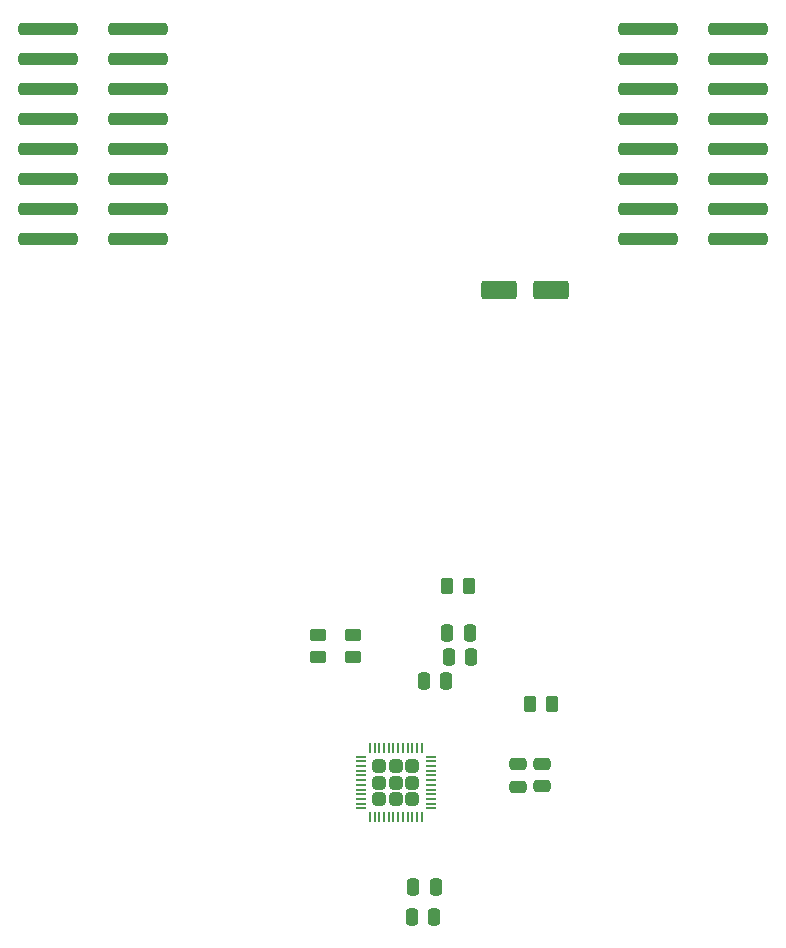
<source format=gbr>
%TF.GenerationSoftware,KiCad,Pcbnew,8.0.5*%
%TF.CreationDate,2025-02-27T20:45:01-08:00*%
%TF.ProjectId,ledaray,6c656461-7261-4792-9e6b-696361645f70,rev?*%
%TF.SameCoordinates,Original*%
%TF.FileFunction,Paste,Top*%
%TF.FilePolarity,Positive*%
%FSLAX46Y46*%
G04 Gerber Fmt 4.6, Leading zero omitted, Abs format (unit mm)*
G04 Created by KiCad (PCBNEW 8.0.5) date 2025-02-27 20:45:01*
%MOMM*%
%LPD*%
G01*
G04 APERTURE LIST*
G04 Aperture macros list*
%AMRoundRect*
0 Rectangle with rounded corners*
0 $1 Rounding radius*
0 $2 $3 $4 $5 $6 $7 $8 $9 X,Y pos of 4 corners*
0 Add a 4 corners polygon primitive as box body*
4,1,4,$2,$3,$4,$5,$6,$7,$8,$9,$2,$3,0*
0 Add four circle primitives for the rounded corners*
1,1,$1+$1,$2,$3*
1,1,$1+$1,$4,$5*
1,1,$1+$1,$6,$7*
1,1,$1+$1,$8,$9*
0 Add four rect primitives between the rounded corners*
20,1,$1+$1,$2,$3,$4,$5,0*
20,1,$1+$1,$4,$5,$6,$7,0*
20,1,$1+$1,$6,$7,$8,$9,0*
20,1,$1+$1,$8,$9,$2,$3,0*%
G04 Aperture macros list end*
%ADD10RoundRect,0.250000X0.475000X-0.250000X0.475000X0.250000X-0.475000X0.250000X-0.475000X-0.250000X0*%
%ADD11RoundRect,0.250000X-0.250000X-0.475000X0.250000X-0.475000X0.250000X0.475000X-0.250000X0.475000X0*%
%ADD12RoundRect,0.250000X-0.262500X-0.450000X0.262500X-0.450000X0.262500X0.450000X-0.262500X0.450000X0*%
%ADD13RoundRect,0.250000X-0.315000X-0.315000X0.315000X-0.315000X0.315000X0.315000X-0.315000X0.315000X0*%
%ADD14RoundRect,0.050000X-0.375000X-0.050000X0.375000X-0.050000X0.375000X0.050000X-0.375000X0.050000X0*%
%ADD15RoundRect,0.050000X-0.050000X-0.375000X0.050000X-0.375000X0.050000X0.375000X-0.050000X0.375000X0*%
%ADD16RoundRect,0.250000X0.262500X0.450000X-0.262500X0.450000X-0.262500X-0.450000X0.262500X-0.450000X0*%
%ADD17RoundRect,0.250000X0.450000X-0.262500X0.450000X0.262500X-0.450000X0.262500X-0.450000X-0.262500X0*%
%ADD18RoundRect,0.250000X0.250000X0.475000X-0.250000X0.475000X-0.250000X-0.475000X0.250000X-0.475000X0*%
%ADD19RoundRect,0.250000X1.250000X0.550000X-1.250000X0.550000X-1.250000X-0.550000X1.250000X-0.550000X0*%
%ADD20RoundRect,0.255000X-2.245000X-0.255000X2.245000X-0.255000X2.245000X0.255000X-2.245000X0.255000X0*%
G04 APERTURE END LIST*
D10*
%TO.C,C3*%
X118000000Y-114949999D03*
X118000000Y-113050001D03*
%TD*%
D11*
%TO.C,C2*%
X108000000Y-106000000D03*
X109900000Y-106000000D03*
%TD*%
%TO.C,C4*%
X107100002Y-123449999D03*
X109000000Y-123449999D03*
%TD*%
%TO.C,C6*%
X107000000Y-126000000D03*
X108899998Y-126000000D03*
%TD*%
D12*
%TO.C,R2*%
X117000000Y-108000000D03*
X118825000Y-108000000D03*
%TD*%
D13*
%TO.C,U1*%
X104225000Y-113225000D03*
X104225000Y-114625000D03*
X104225000Y-116025000D03*
X105625000Y-113225000D03*
X105625000Y-114625000D03*
X105625000Y-116025000D03*
X107025000Y-113225000D03*
X107025000Y-114625000D03*
X107025000Y-116025000D03*
D14*
X102675000Y-112425000D03*
X102675000Y-112825000D03*
X102675000Y-113225000D03*
X102675000Y-113625000D03*
X102675000Y-114025000D03*
X102675000Y-114425000D03*
X102675000Y-114825000D03*
X102675000Y-115225000D03*
X102675000Y-115625000D03*
X102675000Y-116025000D03*
X102675000Y-116425000D03*
X102675000Y-116825000D03*
D15*
X103425000Y-117575000D03*
X103825000Y-117575000D03*
X104225000Y-117575000D03*
X104625000Y-117575000D03*
X105025000Y-117575000D03*
X105425000Y-117575000D03*
X105825000Y-117575000D03*
X106225000Y-117575000D03*
X106625000Y-117575000D03*
X107025000Y-117575000D03*
X107425000Y-117575000D03*
X107825000Y-117575000D03*
D14*
X108575000Y-116825000D03*
X108575000Y-116425000D03*
X108575000Y-116025000D03*
X108575000Y-115625000D03*
X108575000Y-115225000D03*
X108575000Y-114825000D03*
X108575000Y-114425000D03*
X108575000Y-114025000D03*
X108575000Y-113625000D03*
X108575000Y-113225000D03*
X108575000Y-112825000D03*
X108575000Y-112425000D03*
D15*
X107825000Y-111675000D03*
X107425000Y-111675000D03*
X107025000Y-111675000D03*
X106625000Y-111675000D03*
X106225000Y-111675000D03*
X105825000Y-111675000D03*
X105425000Y-111675000D03*
X105025000Y-111675000D03*
X104625000Y-111675000D03*
X104225000Y-111675000D03*
X103825000Y-111675000D03*
X103425000Y-111675000D03*
%TD*%
D16*
%TO.C,R3*%
X111825000Y-98000000D03*
X110000000Y-98000000D03*
%TD*%
D17*
%TO.C,R1*%
X99000000Y-102175000D03*
X99000000Y-104000000D03*
%TD*%
D18*
%TO.C,C5*%
X112000000Y-104000000D03*
X110100002Y-104000000D03*
%TD*%
D10*
%TO.C,C8*%
X116000000Y-115000000D03*
X116000000Y-113100002D03*
%TD*%
D18*
%TO.C,C7*%
X111899998Y-102000000D03*
X110000000Y-102000000D03*
%TD*%
D19*
%TO.C,C9*%
X118800000Y-72900000D03*
X114400000Y-72900000D03*
%TD*%
D20*
%TO.C,J1*%
X127000000Y-50800000D03*
X134600000Y-50800000D03*
X127000000Y-53340000D03*
X134600000Y-53340000D03*
X127000000Y-55880000D03*
X134600000Y-55880000D03*
X127000000Y-58420000D03*
X134600000Y-58420000D03*
X127000000Y-60960000D03*
X134600000Y-60960000D03*
X127000000Y-63500000D03*
X134600000Y-63500000D03*
X127000000Y-66040000D03*
X134600000Y-66040000D03*
X127000000Y-68580000D03*
X134600000Y-68580000D03*
%TD*%
D17*
%TO.C,R4*%
X102000000Y-104000000D03*
X102000000Y-102175000D03*
%TD*%
D20*
%TO.C,J3*%
X76200000Y-50800000D03*
X83800000Y-50800000D03*
X76200000Y-53340000D03*
X83800000Y-53340000D03*
X76200000Y-55880000D03*
X83800000Y-55880000D03*
X76200000Y-58420000D03*
X83800000Y-58420000D03*
X76200000Y-60960000D03*
X83800000Y-60960000D03*
X76200000Y-63500000D03*
X83800000Y-63500000D03*
X76200000Y-66040000D03*
X83800000Y-66040000D03*
X76200000Y-68580000D03*
X83800000Y-68580000D03*
%TD*%
M02*

</source>
